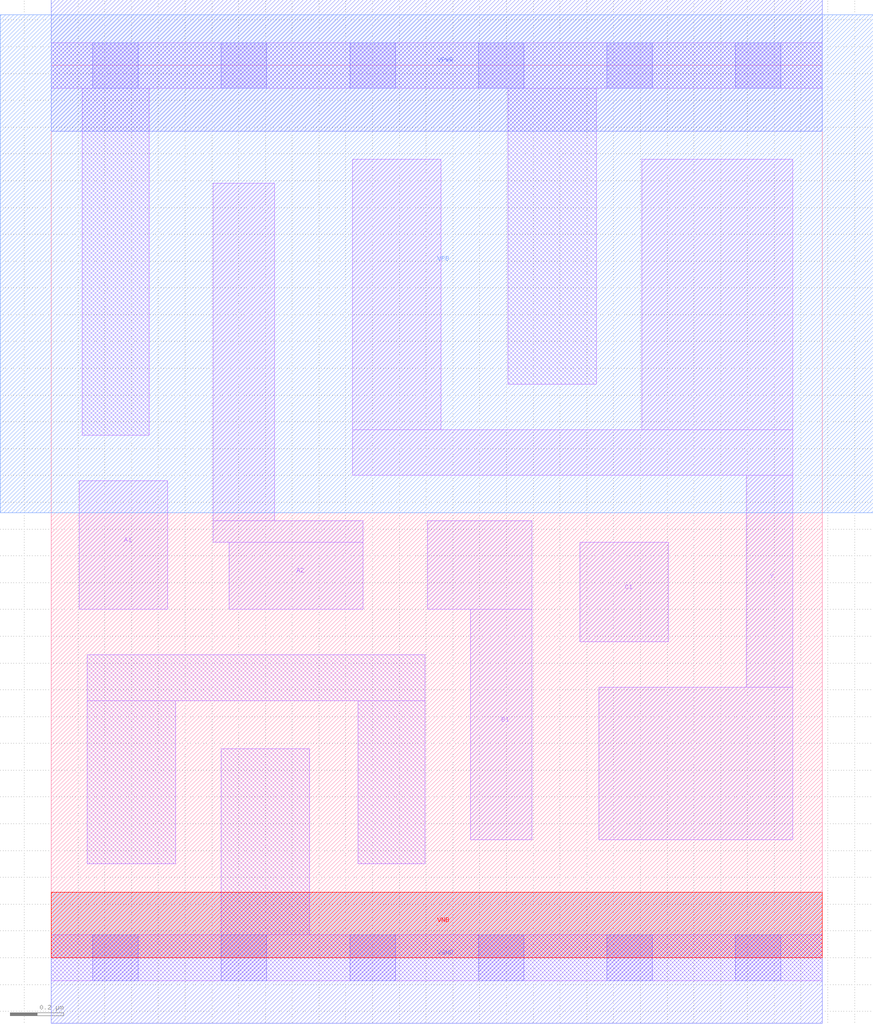
<source format=lef>
# Copyright 2020 The SkyWater PDK Authors
#
# Licensed under the Apache License, Version 2.0 (the "License");
# you may not use this file except in compliance with the License.
# You may obtain a copy of the License at
#
#     https://www.apache.org/licenses/LICENSE-2.0
#
# Unless required by applicable law or agreed to in writing, software
# distributed under the License is distributed on an "AS IS" BASIS,
# WITHOUT WARRANTIES OR CONDITIONS OF ANY KIND, either express or implied.
# See the License for the specific language governing permissions and
# limitations under the License.
#
# SPDX-License-Identifier: Apache-2.0

VERSION 5.7 ;
  NOWIREEXTENSIONATPIN ON ;
  DIVIDERCHAR "/" ;
  BUSBITCHARS "[]" ;
MACRO sky130_fd_sc_ls__o211ai_1
  CLASS CORE ;
  FOREIGN sky130_fd_sc_ls__o211ai_1 ;
  ORIGIN  0.000000  0.000000 ;
  SIZE  2.880000 BY  3.330000 ;
  SYMMETRY X Y ;
  SITE unit ;
  PIN A1
    ANTENNAGATEAREA  0.279000 ;
    DIRECTION INPUT ;
    USE SIGNAL ;
    PORT
      LAYER li1 ;
        RECT 0.105000 1.300000 0.435000 1.780000 ;
    END
  END A1
  PIN A2
    ANTENNAGATEAREA  0.279000 ;
    DIRECTION INPUT ;
    USE SIGNAL ;
    PORT
      LAYER li1 ;
        RECT 0.605000 1.550000 1.165000 1.630000 ;
        RECT 0.605000 1.630000 0.835000 2.890000 ;
        RECT 0.665000 1.300000 1.165000 1.550000 ;
    END
  END A2
  PIN B1
    ANTENNAGATEAREA  0.279000 ;
    DIRECTION INPUT ;
    USE SIGNAL ;
    PORT
      LAYER li1 ;
        RECT 1.405000 1.300000 1.795000 1.630000 ;
        RECT 1.565000 0.440000 1.795000 1.300000 ;
    END
  END B1
  PIN C1
    ANTENNAGATEAREA  0.279000 ;
    DIRECTION INPUT ;
    USE SIGNAL ;
    PORT
      LAYER li1 ;
        RECT 1.975000 1.180000 2.305000 1.550000 ;
    END
  END C1
  PIN VNB
    PORT
      LAYER pwell ;
        RECT 0.000000 0.000000 2.880000 0.245000 ;
    END
  END VNB
  PIN VPB
    PORT
      LAYER nwell ;
        RECT -0.190000 1.660000 3.070000 3.520000 ;
    END
  END VPB
  PIN Y
    ANTENNADIFFAREA  1.427600 ;
    DIRECTION OUTPUT ;
    USE SIGNAL ;
    PORT
      LAYER li1 ;
        RECT 1.125000 1.800000 2.770000 1.970000 ;
        RECT 1.125000 1.970000 1.455000 2.980000 ;
        RECT 2.045000 0.440000 2.770000 1.010000 ;
        RECT 2.205000 1.970000 2.770000 2.980000 ;
        RECT 2.595000 1.010000 2.770000 1.800000 ;
    END
  END Y
  PIN VGND
    DIRECTION INOUT ;
    SHAPE ABUTMENT ;
    USE GROUND ;
    PORT
      LAYER met1 ;
        RECT 0.000000 -0.245000 2.880000 0.245000 ;
    END
  END VGND
  PIN VPWR
    DIRECTION INOUT ;
    SHAPE ABUTMENT ;
    USE POWER ;
    PORT
      LAYER met1 ;
        RECT 0.000000 3.085000 2.880000 3.575000 ;
    END
  END VPWR
  OBS
    LAYER li1 ;
      RECT 0.000000 -0.085000 2.880000 0.085000 ;
      RECT 0.000000  3.245000 2.880000 3.415000 ;
      RECT 0.115000  1.950000 0.365000 3.245000 ;
      RECT 0.135000  0.350000 0.465000 0.960000 ;
      RECT 0.135000  0.960000 1.395000 1.130000 ;
      RECT 0.635000  0.085000 0.965000 0.780000 ;
      RECT 1.145000  0.350000 1.395000 0.960000 ;
      RECT 1.705000  2.140000 2.035000 3.245000 ;
    LAYER mcon ;
      RECT 0.155000 -0.085000 0.325000 0.085000 ;
      RECT 0.155000  3.245000 0.325000 3.415000 ;
      RECT 0.635000 -0.085000 0.805000 0.085000 ;
      RECT 0.635000  3.245000 0.805000 3.415000 ;
      RECT 1.115000 -0.085000 1.285000 0.085000 ;
      RECT 1.115000  3.245000 1.285000 3.415000 ;
      RECT 1.595000 -0.085000 1.765000 0.085000 ;
      RECT 1.595000  3.245000 1.765000 3.415000 ;
      RECT 2.075000 -0.085000 2.245000 0.085000 ;
      RECT 2.075000  3.245000 2.245000 3.415000 ;
      RECT 2.555000 -0.085000 2.725000 0.085000 ;
      RECT 2.555000  3.245000 2.725000 3.415000 ;
  END
END sky130_fd_sc_ls__o211ai_1
END LIBRARY

</source>
